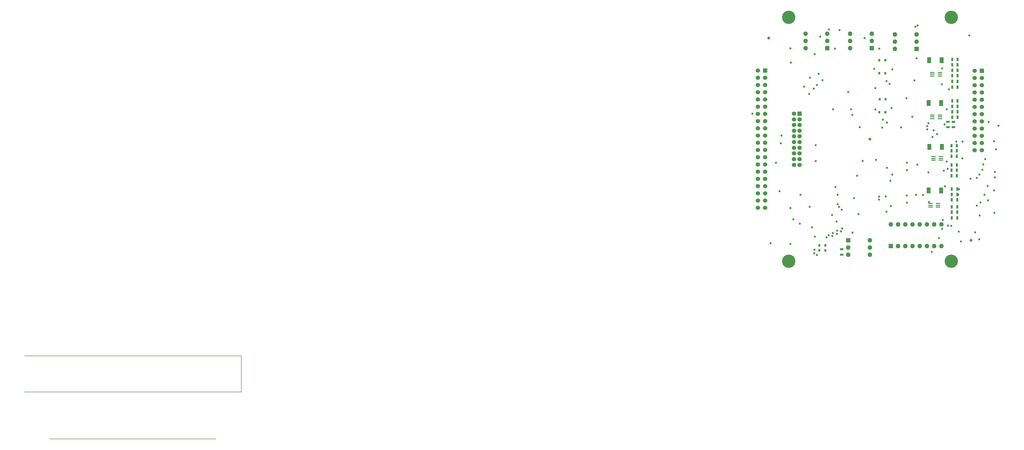
<source format=gts>
G04 #@! TF.FileFunction,Soldermask,Top*
%FSLAX46Y46*%
G04 Gerber Fmt 4.6, Leading zero omitted, Abs format (unit mm)*
G04 Created by KiCad (PCBNEW 4.0.6) date 12/07/17 21:07:41*
%MOMM*%
%LPD*%
G01*
G04 APERTURE LIST*
%ADD10C,0.100000*%
%ADD11C,0.200000*%
%ADD12R,0.800000X0.900000*%
%ADD13C,4.699000*%
%ADD14R,1.524000X1.524000*%
%ADD15C,1.524000*%
%ADD16R,1.600000X1.600000*%
%ADD17O,1.600000X1.600000*%
%ADD18R,1.500000X0.400000*%
%ADD19R,0.700000X1.300000*%
%ADD20R,1.300000X0.700000*%
%ADD21R,1.400000X2.100000*%
%ADD22C,1.000000*%
%ADD23C,0.762000*%
G04 APERTURE END LIST*
D10*
D11*
X-102870000Y-207010000D02*
X-161290000Y-207010000D01*
X-170180000Y-177800000D02*
X-93980000Y-177800000D01*
X-93980000Y-190500000D02*
X-170180000Y-190500000D01*
X-93980000Y-177800000D02*
X-93980000Y-190500000D01*
D12*
X130268000Y-73787000D03*
X132368000Y-73787000D03*
D13*
X98425000Y-58737500D03*
X155575000Y-58737500D03*
X98425000Y-144462500D03*
X155575000Y-144462500D03*
D14*
X166370000Y-77490000D03*
D15*
X163830000Y-77490000D03*
X166370000Y-80030000D03*
X163830000Y-80030000D03*
X166370000Y-82570000D03*
X163830000Y-82570000D03*
X166370000Y-85110000D03*
X163830000Y-85110000D03*
X166370000Y-87650000D03*
X163830000Y-87650000D03*
X166370000Y-90190000D03*
X163830000Y-90190000D03*
X166370000Y-92730000D03*
X163830000Y-92730000D03*
X166370000Y-95270000D03*
X163830000Y-95270000D03*
X166370000Y-97810000D03*
X163830000Y-97810000D03*
X166370000Y-100350000D03*
X163830000Y-100350000D03*
X166370000Y-102890000D03*
X163830000Y-102890000D03*
X166370000Y-105430000D03*
X163830000Y-105430000D03*
D16*
X134366000Y-139192000D03*
D17*
X152146000Y-131572000D03*
X136906000Y-139192000D03*
X149606000Y-131572000D03*
X139446000Y-139192000D03*
X147066000Y-131572000D03*
X141986000Y-139192000D03*
X144526000Y-131572000D03*
X144526000Y-139192000D03*
X141986000Y-131572000D03*
X147066000Y-139192000D03*
X139446000Y-131572000D03*
X149606000Y-139192000D03*
X136906000Y-131572000D03*
X152146000Y-139192000D03*
X134366000Y-131572000D03*
D16*
X119380000Y-137160000D03*
D17*
X127000000Y-142240000D03*
X119380000Y-139700000D03*
X127000000Y-139700000D03*
X119380000Y-142240000D03*
X127000000Y-137160000D03*
D18*
X148276000Y-124191000D03*
X148276000Y-124841000D03*
X148276000Y-125491000D03*
X150936000Y-125491000D03*
X150936000Y-124841000D03*
X150936000Y-124191000D03*
X149292000Y-107681000D03*
X149292000Y-108331000D03*
X149292000Y-108981000D03*
X151952000Y-108981000D03*
X151952000Y-108331000D03*
X151952000Y-107681000D03*
X148911000Y-78090000D03*
X148911000Y-78740000D03*
X148911000Y-79390000D03*
X151571000Y-79390000D03*
X151571000Y-78740000D03*
X151571000Y-78090000D03*
X148911000Y-93076000D03*
X148911000Y-93726000D03*
X148911000Y-94376000D03*
X151571000Y-94376000D03*
X151571000Y-93726000D03*
X151571000Y-93076000D03*
D16*
X112014000Y-69596000D03*
D17*
X104394000Y-64516000D03*
X112014000Y-67056000D03*
X104394000Y-67056000D03*
X112014000Y-64516000D03*
X104394000Y-69596000D03*
D16*
X127635000Y-69596000D03*
D17*
X120015000Y-64516000D03*
X127635000Y-67056000D03*
X120015000Y-67056000D03*
X127635000Y-64516000D03*
X120015000Y-69596000D03*
D16*
X143383000Y-69850000D03*
D17*
X135763000Y-64770000D03*
X143383000Y-67310000D03*
X135763000Y-67310000D03*
X143383000Y-64770000D03*
X135763000Y-69850000D03*
D19*
X157541000Y-103886000D03*
X155641000Y-103886000D03*
X155641000Y-105664000D03*
X157541000Y-105664000D03*
X155641000Y-107569000D03*
X157541000Y-107569000D03*
X155641000Y-110617000D03*
X157541000Y-110617000D03*
X157541000Y-112522000D03*
X155641000Y-112522000D03*
X157541000Y-114427000D03*
X155641000Y-114427000D03*
X157795000Y-73533000D03*
X155895000Y-73533000D03*
X157795000Y-88138000D03*
X155895000Y-88138000D03*
X155895000Y-75438000D03*
X157795000Y-75438000D03*
X155895000Y-90043000D03*
X157795000Y-90043000D03*
X155895000Y-77343000D03*
X157795000Y-77343000D03*
X155895000Y-91948000D03*
X157795000Y-91948000D03*
X155895000Y-79248000D03*
X157795000Y-79248000D03*
X157795000Y-81280000D03*
X155895000Y-81280000D03*
X157795000Y-93853000D03*
X155895000Y-93853000D03*
D20*
X156362400Y-95468400D03*
X156362400Y-97368400D03*
D19*
X157795000Y-83312000D03*
X155895000Y-83312000D03*
D20*
X154432000Y-95468400D03*
X154432000Y-97368400D03*
X117094000Y-140274000D03*
X117094000Y-142174000D03*
D19*
X157668000Y-119126000D03*
X155768000Y-119126000D03*
X155768000Y-121031000D03*
X157668000Y-121031000D03*
X157668000Y-127254000D03*
X155768000Y-127254000D03*
X155768000Y-125349000D03*
X157668000Y-125349000D03*
X155768000Y-122936000D03*
X157668000Y-122936000D03*
X155768000Y-129222500D03*
X157668000Y-129222500D03*
D21*
X147873000Y-104267000D03*
X152273000Y-104267000D03*
X147787000Y-73787000D03*
X152187000Y-73787000D03*
X147660000Y-88900000D03*
X152060000Y-88900000D03*
D12*
X109186000Y-140716000D03*
X111286000Y-140716000D03*
X109186000Y-138938000D03*
X111286000Y-138938000D03*
X130268000Y-78359000D03*
X132368000Y-78359000D03*
X130395000Y-87503000D03*
X132495000Y-87503000D03*
X130268000Y-92075000D03*
X132368000Y-92075000D03*
D21*
X147660000Y-119634000D03*
X152060000Y-119634000D03*
D14*
X102263450Y-92600000D03*
D15*
X100263450Y-92600000D03*
X102263450Y-94600000D03*
X100263450Y-94600000D03*
X102263450Y-96600000D03*
X100263450Y-96600000D03*
X102263450Y-98600000D03*
X100263450Y-98600000D03*
X102263450Y-100600000D03*
X100263450Y-100600000D03*
X102263450Y-102600000D03*
X100263450Y-102600000D03*
X102263450Y-104600000D03*
X100263450Y-104600000D03*
X102263450Y-106600000D03*
X100263450Y-106600000D03*
X102263450Y-108600000D03*
X100263450Y-108600000D03*
X102263450Y-110600000D03*
X100263450Y-110600000D03*
D14*
X90170000Y-77470000D03*
D15*
X87630000Y-77470000D03*
X90170000Y-80010000D03*
X87630000Y-80010000D03*
X90170000Y-82550000D03*
X87630000Y-82550000D03*
X90170000Y-85090000D03*
X87630000Y-85090000D03*
X90170000Y-87630000D03*
X87630000Y-87630000D03*
X90170000Y-90170000D03*
X87630000Y-90170000D03*
X90170000Y-92710000D03*
X87630000Y-92710000D03*
X90170000Y-95250000D03*
X87630000Y-95250000D03*
X90170000Y-97790000D03*
X87630000Y-97790000D03*
X90170000Y-100330000D03*
X87630000Y-100330000D03*
X90170000Y-102870000D03*
X87630000Y-102870000D03*
X90170000Y-105410000D03*
X87630000Y-105410000D03*
X90170000Y-107950000D03*
X87630000Y-107950000D03*
X90170000Y-110490000D03*
X87630000Y-110490000D03*
X90170000Y-113030000D03*
X87630000Y-113030000D03*
X90170000Y-115570000D03*
X87630000Y-115570000D03*
X90170000Y-118110000D03*
X87630000Y-118110000D03*
X90170000Y-120650000D03*
X87630000Y-120650000D03*
X90170000Y-123190000D03*
X87630000Y-123190000D03*
X90170000Y-125730000D03*
X87630000Y-125730000D03*
D22*
X162560000Y-137160000D03*
X127000000Y-101600000D03*
X91440000Y-66040000D03*
D23*
X115582710Y-121107200D03*
X113703100Y-128270000D03*
X132581534Y-121765326D03*
X145707100Y-121196100D03*
X148729700Y-141224000D03*
X119380000Y-84963000D03*
X128917700Y-91173300D03*
X102616000Y-121094510D03*
X105813860Y-125407420D03*
X85648800Y-92608400D03*
X120802400Y-93019880D03*
X120396000Y-91035000D03*
X128473200Y-76809600D03*
X172212000Y-96799400D03*
X121384060Y-122323860D03*
X105648760Y-85618320D03*
X108331000Y-82550000D03*
X131495800Y-94742000D03*
X149402800Y-98425000D03*
X129179460Y-108859460D03*
X95656400Y-102971600D03*
X93980000Y-109829600D03*
X139801600Y-87172800D03*
X142646400Y-80924400D03*
X143408400Y-73152000D03*
X141833600Y-93726000D03*
X137922000Y-97409000D03*
X131318000Y-97536000D03*
X124460000Y-109220000D03*
X132993529Y-111644829D03*
X134859922Y-114031922D03*
X107569000Y-71652000D03*
X114046000Y-91035000D03*
X156616400Y-97345449D03*
X107886500Y-109283500D03*
X107950000Y-103695500D03*
X117094000Y-126365000D03*
X134859922Y-114031922D03*
X134620000Y-90617000D03*
X134874000Y-77028000D03*
X108331000Y-82550000D03*
X105918000Y-80010000D03*
X159486600Y-108331000D03*
X92075000Y-138112500D03*
X161925000Y-65087500D03*
X152654000Y-130048000D03*
X154432000Y-131953000D03*
X152400000Y-133096000D03*
X98996500Y-125793500D03*
X100076000Y-129794000D03*
X132842000Y-127050800D03*
X134366000Y-125095000D03*
X139970000Y-112522000D03*
X134175500Y-116205000D03*
X116268500Y-63182500D03*
X112585500Y-62992000D03*
X152273000Y-82272000D03*
X122999500Y-127889000D03*
X147726400Y-123647200D03*
X155768000Y-127254000D03*
X108356400Y-142290800D03*
X98996500Y-138430000D03*
X128930400Y-83601600D03*
X123444000Y-97329500D03*
X147574000Y-113284000D03*
X154279600Y-111963200D03*
X140020000Y-109829600D03*
X139956500Y-121348500D03*
X139970000Y-123952000D03*
X158051500Y-121031000D03*
X153987500Y-91059000D03*
X132842000Y-81153000D03*
X153985000Y-109474000D03*
X158242000Y-134112000D03*
X107696000Y-135890000D03*
X165862000Y-123825000D03*
X168402000Y-118110000D03*
X165481000Y-114046000D03*
X152400000Y-76708000D03*
X166878000Y-110490000D03*
X99187000Y-74663300D03*
X113792000Y-135636000D03*
X95902780Y-100324920D03*
X113944400Y-134569200D03*
X120863000Y-134429500D03*
X163982400Y-134366000D03*
X170738800Y-127472400D03*
X170688000Y-119634000D03*
X99060000Y-69653000D03*
X114681000Y-69780000D03*
X130302000Y-69780000D03*
X122466098Y-114477800D03*
X95199200Y-119888000D03*
X106680000Y-132588000D03*
X102362000Y-131318000D03*
X155575000Y-132080000D03*
X164592000Y-115189000D03*
X164592000Y-124968000D03*
X143764000Y-61579803D03*
X109524800Y-65481200D03*
X142944185Y-62064760D03*
X125120400Y-65989200D03*
X165379400Y-136812020D03*
X162356800Y-115468400D03*
X147511796Y-95970762D03*
X147081250Y-98126035D03*
X147081250Y-96982151D03*
X148971000Y-100838010D03*
X150606760Y-99771200D03*
X157353000Y-102425500D03*
X159562798Y-102387400D03*
X111760000Y-136144000D03*
X157668000Y-125349000D03*
X157795000Y-79248000D03*
X157795000Y-93853000D03*
X157541000Y-110617000D03*
X158267400Y-119151400D03*
X171366198Y-105102976D03*
X167538400Y-108585000D03*
X170667688Y-102364540D03*
X112470682Y-135382518D03*
X107454000Y-140450000D03*
X107442000Y-141732000D03*
X115303290Y-130505200D03*
X116789200Y-133959600D03*
X114833400Y-118389400D03*
X115366800Y-134874000D03*
X116137223Y-125323357D03*
X130217259Y-122834196D03*
X143205200Y-121107200D03*
X117195600Y-132994400D03*
X115608100Y-124472700D03*
X130174998Y-121843800D03*
X143662400Y-110553543D03*
X115468400Y-133756400D03*
X132436000Y-73773000D03*
X132368000Y-78359000D03*
X153416000Y-118173500D03*
X152971500Y-112649000D03*
X151257000Y-136398000D03*
X166538000Y-112354000D03*
X168706821Y-95567500D03*
X167259000Y-121158000D03*
X165608000Y-128397000D03*
X168529000Y-123063000D03*
X170939450Y-115077788D03*
X170939450Y-113101102D03*
X110302040Y-80812640D03*
X103840280Y-83103720D03*
X133878897Y-82080629D03*
X108932906Y-78646280D03*
X154749500Y-84074000D03*
X153172160Y-96403160D03*
X107230395Y-83778509D03*
X132956300Y-95770700D03*
X132436000Y-87616000D03*
X132436000Y-92216000D03*
X158940500Y-137546090D03*
M02*

</source>
